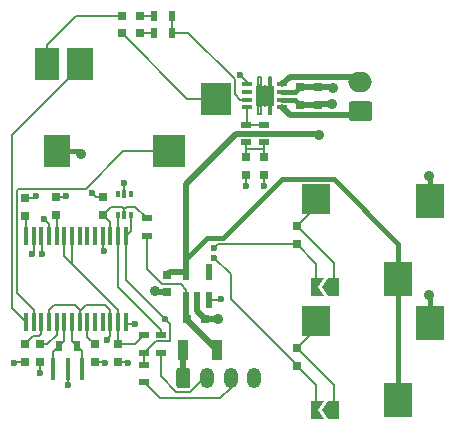
<source format=gtl>
G04 #@! TF.GenerationSoftware,KiCad,Pcbnew,(5.1.8)-1*
G04 #@! TF.CreationDate,2021-04-18T13:12:28+09:00*
G04 #@! TF.ProjectId,USB-Audio-StereoMic&MonauralSpeaker,5553422d-4175-4646-996f-2d5374657265,rev?*
G04 #@! TF.SameCoordinates,Original*
G04 #@! TF.FileFunction,Copper,L1,Top*
G04 #@! TF.FilePolarity,Positive*
%FSLAX46Y46*%
G04 Gerber Fmt 4.6, Leading zero omitted, Abs format (unit mm)*
G04 Created by KiCad (PCBNEW (5.1.8)-1) date 2021-04-18 13:12:28*
%MOMM*%
%LPD*%
G01*
G04 APERTURE LIST*
G04 #@! TA.AperFunction,EtchedComponent*
%ADD10C,0.152400*%
G04 #@! TD*
G04 #@! TA.AperFunction,SMDPad,CuDef*
%ADD11R,0.900000X1.700000*%
G04 #@! TD*
G04 #@! TA.AperFunction,SMDPad,CuDef*
%ADD12R,0.600000X1.350000*%
G04 #@! TD*
G04 #@! TA.AperFunction,SMDPad,CuDef*
%ADD13R,0.375000X0.500000*%
G04 #@! TD*
G04 #@! TA.AperFunction,SMDPad,CuDef*
%ADD14R,0.300000X0.650000*%
G04 #@! TD*
G04 #@! TA.AperFunction,ComponentPad*
%ADD15O,2.000000X1.700000*%
G04 #@! TD*
G04 #@! TA.AperFunction,ComponentPad*
%ADD16O,1.200000X1.750000*%
G04 #@! TD*
G04 #@! TA.AperFunction,SMDPad,CuDef*
%ADD17R,2.400000X2.950000*%
G04 #@! TD*
G04 #@! TA.AperFunction,SMDPad,CuDef*
%ADD18R,2.400000X2.650000*%
G04 #@! TD*
G04 #@! TA.AperFunction,SMDPad,CuDef*
%ADD19R,2.600000X2.800000*%
G04 #@! TD*
G04 #@! TA.AperFunction,SMDPad,CuDef*
%ADD20R,2.800000X2.800000*%
G04 #@! TD*
G04 #@! TA.AperFunction,SMDPad,CuDef*
%ADD21R,2.200000X2.800000*%
G04 #@! TD*
G04 #@! TA.AperFunction,SMDPad,CuDef*
%ADD22R,2.000000X2.800000*%
G04 #@! TD*
G04 #@! TA.AperFunction,SMDPad,CuDef*
%ADD23R,0.431000X1.639799*%
G04 #@! TD*
G04 #@! TA.AperFunction,SMDPad,CuDef*
%ADD24R,0.750000X0.800000*%
G04 #@! TD*
G04 #@! TA.AperFunction,SMDPad,CuDef*
%ADD25R,0.800000X0.750000*%
G04 #@! TD*
G04 #@! TA.AperFunction,SMDPad,CuDef*
%ADD26C,0.152400*%
G04 #@! TD*
G04 #@! TA.AperFunction,SMDPad,CuDef*
%ADD27R,0.900000X0.500000*%
G04 #@! TD*
G04 #@! TA.AperFunction,SMDPad,CuDef*
%ADD28R,0.500000X0.900000*%
G04 #@! TD*
G04 #@! TA.AperFunction,ComponentPad*
%ADD29C,0.508000*%
G04 #@! TD*
G04 #@! TA.AperFunction,SMDPad,CuDef*
%ADD30R,1.500000X1.750000*%
G04 #@! TD*
G04 #@! TA.AperFunction,SMDPad,CuDef*
%ADD31R,0.850000X0.350000*%
G04 #@! TD*
G04 #@! TA.AperFunction,SMDPad,CuDef*
%ADD32R,0.400000X1.900000*%
G04 #@! TD*
G04 #@! TA.AperFunction,ViaPad*
%ADD33C,0.600000*%
G04 #@! TD*
G04 #@! TA.AperFunction,ViaPad*
%ADD34C,0.900000*%
G04 #@! TD*
G04 #@! TA.AperFunction,Conductor*
%ADD35C,0.500000*%
G04 #@! TD*
G04 #@! TA.AperFunction,Conductor*
%ADD36C,0.400000*%
G04 #@! TD*
G04 #@! TA.AperFunction,Conductor*
%ADD37C,0.200000*%
G04 #@! TD*
G04 APERTURE END LIST*
D10*
G04 #@! TO.C,U4*
X122500000Y-103725000D02*
X122500000Y-103725000D01*
X122500000Y-103725000D02*
X122500000Y-103725000D01*
X122500000Y-103725000D02*
X122500000Y-103725000D01*
X122500000Y-103725000D02*
X122500000Y-103725000D01*
X122500000Y-103725000D02*
X122500000Y-103725000D01*
X122500000Y-103725000D02*
X122500000Y-103725000D01*
X122500000Y-103725000D02*
X122500000Y-103725000D01*
X122500000Y-103725000D02*
X122500000Y-103725000D01*
X122500000Y-105475000D02*
X122500000Y-105475000D01*
X122500000Y-105475000D02*
X122500000Y-105475000D01*
X122500000Y-105475000D02*
X122500000Y-105475000D01*
X122500000Y-105475000D02*
X122500000Y-105475000D01*
X122500000Y-105475000D02*
X122500000Y-105475000D01*
X122500000Y-105475000D02*
X122500000Y-105475000D01*
X122500000Y-105475000D02*
X122500000Y-105475000D01*
X122500000Y-105475000D02*
X122500000Y-105475000D01*
X121953200Y-103725000D02*
X121953200Y-103025000D01*
X121953200Y-103025000D02*
X122183200Y-103025000D01*
X122183200Y-103025000D02*
X122183200Y-103725000D01*
X122183200Y-103725000D02*
X121953200Y-103725000D01*
X123046800Y-103725000D02*
X123046800Y-103025000D01*
X123046800Y-103025000D02*
X122816800Y-103025000D01*
X122816800Y-103025000D02*
X122816800Y-103725000D01*
X122816800Y-103725000D02*
X123046800Y-103725000D01*
X123046800Y-105475000D02*
X123046800Y-106175000D01*
X123046800Y-106175000D02*
X122816800Y-106175000D01*
X122816800Y-106175000D02*
X122816800Y-105475000D01*
X122816800Y-105475000D02*
X123046800Y-105475000D01*
X121953200Y-105475000D02*
X121953200Y-106175000D01*
X121953200Y-106175000D02*
X122183200Y-106175000D01*
X122183200Y-106175000D02*
X122183200Y-105475000D01*
X122183200Y-105475000D02*
X121953200Y-105475000D01*
G04 #@! TD*
D11*
G04 #@! TO.P,F1,1*
G04 #@! TO.N,VBUS*
X118450000Y-126100000D03*
G04 #@! TO.P,F1,2*
G04 #@! TO.N,Net-(F1-Pad2)*
X115550000Y-126100000D03*
G04 #@! TD*
D12*
G04 #@! TO.P,U2,1*
G04 #@! TO.N,VBUS*
X115850000Y-121885000D03*
G04 #@! TO.P,U2,2*
G04 #@! TO.N,GND*
X116800000Y-121885000D03*
G04 #@! TO.P,U2,3*
G04 #@! TO.N,EN*
X117750000Y-121885000D03*
G04 #@! TO.P,U2,4*
G04 #@! TO.N,Net-(U2-Pad4)*
X117750000Y-119515000D03*
G04 #@! TO.P,U2,5*
G04 #@! TO.N,+3V3*
X115850000Y-119515000D03*
G04 #@! TD*
D13*
G04 #@! TO.P,U1,1*
G04 #@! TO.N,Net-(U1-Pad1)*
X111137500Y-112950000D03*
G04 #@! TO.P,U1,3*
G04 #@! TO.N,Net-(U1-Pad3)*
X110062500Y-112950000D03*
D14*
G04 #@! TO.P,U1,5*
G04 #@! TO.N,Net-(C1-Pad1)*
X110600000Y-114725000D03*
G04 #@! TO.P,U1,2*
G04 #@! TO.N,GND*
X110600000Y-112875000D03*
D13*
G04 #@! TO.P,U1,4*
G04 #@! TO.N,Net-(R2-Pad1)*
X110062500Y-114650000D03*
G04 #@! TO.P,U1,6*
G04 #@! TO.N,Net-(R1-Pad1)*
X111137500Y-114650000D03*
G04 #@! TD*
D15*
G04 #@! TO.P,J4,2*
G04 #@! TO.N,Net-(J4-Pad2)*
X130600000Y-103400000D03*
G04 #@! TO.P,J4,1*
G04 #@! TO.N,Net-(J4-Pad1)*
G04 #@! TA.AperFunction,ComponentPad*
G36*
G01*
X131350000Y-106750000D02*
X129850000Y-106750000D01*
G75*
G02*
X129600000Y-106500000I0J250000D01*
G01*
X129600000Y-105300000D01*
G75*
G02*
X129850000Y-105050000I250000J0D01*
G01*
X131350000Y-105050000D01*
G75*
G02*
X131600000Y-105300000I0J-250000D01*
G01*
X131600000Y-106500000D01*
G75*
G02*
X131350000Y-106750000I-250000J0D01*
G01*
G37*
G04 #@! TD.AperFunction*
G04 #@! TD*
D16*
G04 #@! TO.P,J1,4*
G04 #@! TO.N,GND*
X121600000Y-128500000D03*
G04 #@! TO.P,J1,3*
G04 #@! TO.N,Net-(J1-Pad3)*
X119600000Y-128500000D03*
G04 #@! TO.P,J1,2*
G04 #@! TO.N,Net-(J1-Pad2)*
X117600000Y-128500000D03*
G04 #@! TO.P,J1,1*
G04 #@! TO.N,Net-(F1-Pad2)*
G04 #@! TA.AperFunction,ComponentPad*
G36*
G01*
X115000000Y-129125001D02*
X115000000Y-127874999D01*
G75*
G02*
X115249999Y-127625000I249999J0D01*
G01*
X115950001Y-127625000D01*
G75*
G02*
X116200000Y-127874999I0J-249999D01*
G01*
X116200000Y-129125001D01*
G75*
G02*
X115950001Y-129375000I-249999J0D01*
G01*
X115249999Y-129375000D01*
G75*
G02*
X115000000Y-129125001I0J249999D01*
G01*
G37*
G04 #@! TD.AperFunction*
G04 #@! TD*
D17*
G04 #@! TO.P,J3,S*
G04 #@! TO.N,+3V3*
X133800000Y-130375000D03*
D18*
G04 #@! TO.P,J3,T*
G04 #@! TO.N,Net-(C17-Pad2)*
X126800000Y-123675000D03*
D17*
G04 #@! TO.P,J3,G*
G04 #@! TO.N,GND*
X136500000Y-123825000D03*
G04 #@! TD*
D19*
G04 #@! TO.P,J5,TN*
G04 #@! TO.N,Net-(C10-Pad2)*
X118350000Y-104850000D03*
D20*
G04 #@! TO.P,J5,T*
G04 #@! TO.N,Net-(J5-PadT)*
X114350000Y-109300000D03*
D21*
G04 #@! TO.P,J5,G*
G04 #@! TO.N,GND*
X104950000Y-109300000D03*
G04 #@! TO.P,J5,S*
G04 #@! TO.N,Net-(J5-PadS)*
X106850000Y-101900000D03*
D22*
G04 #@! TO.P,J5,SN*
G04 #@! TO.N,Net-(C11-Pad1)*
X104050000Y-101900000D03*
G04 #@! TD*
D17*
G04 #@! TO.P,J2,S*
G04 #@! TO.N,+3V3*
X133800000Y-120075000D03*
D18*
G04 #@! TO.P,J2,T*
G04 #@! TO.N,Net-(C16-Pad2)*
X126800000Y-113375000D03*
D17*
G04 #@! TO.P,J2,G*
G04 #@! TO.N,GND*
X136500000Y-113525000D03*
G04 #@! TD*
D23*
G04 #@! TO.P,U3,28*
G04 #@! TO.N,EN*
X110725000Y-123732200D03*
G04 #@! TO.P,U3,27*
G04 #@! TO.N,Net-(C9-Pad1)*
X110074999Y-123732200D03*
G04 #@! TO.P,U3,26*
G04 #@! TO.N,GND*
X109425000Y-123732200D03*
G04 #@! TO.P,U3,25*
G04 #@! TO.N,Net-(U3-Pad25)*
X108774999Y-123732200D03*
G04 #@! TO.P,U3,24*
G04 #@! TO.N,Net-(U3-Pad24)*
X108125001Y-123732200D03*
G04 #@! TO.P,U3,23*
G04 #@! TO.N,Net-(C6-Pad1)*
X107474999Y-123732200D03*
G04 #@! TO.P,U3,22*
G04 #@! TO.N,GND*
X106825001Y-123732200D03*
G04 #@! TO.P,U3,21*
G04 #@! TO.N,Net-(R5-Pad1)*
X106174999Y-123732200D03*
G04 #@! TO.P,U3,20*
G04 #@! TO.N,Net-(R5-Pad2)*
X105525001Y-123732200D03*
G04 #@! TO.P,U3,19*
G04 #@! TO.N,Net-(C7-Pad1)*
X104874999Y-123732200D03*
G04 #@! TO.P,U3,18*
G04 #@! TO.N,GND*
X104225001Y-123732200D03*
G04 #@! TO.P,U3,17*
G04 #@! TO.N,Net-(C8-Pad1)*
X103575000Y-123732200D03*
G04 #@! TO.P,U3,16*
G04 #@! TO.N,Net-(J5-PadT)*
X102925001Y-123732200D03*
G04 #@! TO.P,U3,15*
G04 #@! TO.N,Net-(J5-PadS)*
X102275000Y-123732200D03*
G04 #@! TO.P,U3,14*
G04 #@! TO.N,Net-(C3-Pad2)*
X102275002Y-116467800D03*
G04 #@! TO.P,U3,13*
G04 #@! TO.N,Net-(C17-Pad1)*
X102925001Y-116467800D03*
G04 #@! TO.P,U3,12*
G04 #@! TO.N,Net-(C16-Pad1)*
X103575002Y-116467800D03*
G04 #@! TO.P,U3,11*
G04 #@! TO.N,GND*
X104225001Y-116467800D03*
G04 #@! TO.P,U3,10*
G04 #@! TO.N,Net-(C2-Pad2)*
X104875002Y-116467800D03*
G04 #@! TO.P,U3,9*
G04 #@! TO.N,Net-(C9-Pad1)*
X105525001Y-116467800D03*
G04 #@! TO.P,U3,8*
X106175002Y-116467800D03*
G04 #@! TO.P,U3,7*
G04 #@! TO.N,Net-(U3-Pad7)*
X106825001Y-116467800D03*
G04 #@! TO.P,U3,6*
G04 #@! TO.N,Net-(U3-Pad6)*
X107474999Y-116467800D03*
G04 #@! TO.P,U3,5*
G04 #@! TO.N,Net-(U3-Pad5)*
X108125001Y-116467800D03*
G04 #@! TO.P,U3,4*
G04 #@! TO.N,GND*
X108774999Y-116467800D03*
G04 #@! TO.P,U3,3*
G04 #@! TO.N,Net-(C1-Pad1)*
X109425000Y-116467800D03*
G04 #@! TO.P,U3,2*
G04 #@! TO.N,Net-(R2-Pad1)*
X110074999Y-116467800D03*
G04 #@! TO.P,U3,1*
G04 #@! TO.N,Net-(R1-Pad1)*
X110725000Y-116467800D03*
G04 #@! TD*
D24*
G04 #@! TO.P,C1,2*
G04 #@! TO.N,GND*
X108800000Y-113150000D03*
G04 #@! TO.P,C1,1*
G04 #@! TO.N,Net-(C1-Pad1)*
X108800000Y-114650000D03*
G04 #@! TD*
G04 #@! TO.P,C2,2*
G04 #@! TO.N,Net-(C2-Pad2)*
X104800000Y-114650000D03*
G04 #@! TO.P,C2,1*
G04 #@! TO.N,GND*
X104800000Y-113150000D03*
G04 #@! TD*
G04 #@! TO.P,C3,1*
G04 #@! TO.N,GND*
X102200000Y-113250000D03*
G04 #@! TO.P,C3,2*
G04 #@! TO.N,Net-(C3-Pad2)*
X102200000Y-114750000D03*
G04 #@! TD*
D25*
G04 #@! TO.P,C4,1*
G04 #@! TO.N,VBUS*
X115950000Y-123500000D03*
G04 #@! TO.P,C4,2*
G04 #@! TO.N,GND*
X117450000Y-123500000D03*
G04 #@! TD*
D24*
G04 #@! TO.P,C5,1*
G04 #@! TO.N,+3V3*
X114200000Y-119750000D03*
G04 #@! TO.P,C5,2*
G04 #@! TO.N,GND*
X114200000Y-121250000D03*
G04 #@! TD*
G04 #@! TO.P,C6,1*
G04 #@! TO.N,Net-(C6-Pad1)*
X108100000Y-125650000D03*
G04 #@! TO.P,C6,2*
G04 #@! TO.N,GND*
X108100000Y-127150000D03*
G04 #@! TD*
G04 #@! TO.P,C7,2*
G04 #@! TO.N,GND*
X103500000Y-127150000D03*
G04 #@! TO.P,C7,1*
G04 #@! TO.N,Net-(C7-Pad1)*
X103500000Y-125650000D03*
G04 #@! TD*
G04 #@! TO.P,C8,1*
G04 #@! TO.N,Net-(C8-Pad1)*
X102200000Y-125650000D03*
G04 #@! TO.P,C8,2*
G04 #@! TO.N,GND*
X102200000Y-127150000D03*
G04 #@! TD*
G04 #@! TO.P,C9,2*
G04 #@! TO.N,GND*
X110100000Y-127150000D03*
G04 #@! TO.P,C9,1*
G04 #@! TO.N,Net-(C9-Pad1)*
X110100000Y-125650000D03*
G04 #@! TD*
D25*
G04 #@! TO.P,C10,1*
G04 #@! TO.N,Net-(C10-Pad1)*
X111900000Y-99300000D03*
G04 #@! TO.P,C10,2*
G04 #@! TO.N,Net-(C10-Pad2)*
X110400000Y-99300000D03*
G04 #@! TD*
G04 #@! TO.P,C11,2*
G04 #@! TO.N,Net-(C11-Pad2)*
X111900000Y-97800000D03*
G04 #@! TO.P,C11,1*
G04 #@! TO.N,Net-(C11-Pad1)*
X110400000Y-97800000D03*
G04 #@! TD*
D24*
G04 #@! TO.P,C12,1*
G04 #@! TO.N,GND*
X122400000Y-111300000D03*
G04 #@! TO.P,C12,2*
G04 #@! TO.N,Net-(C12-Pad2)*
X122400000Y-109800000D03*
G04 #@! TD*
G04 #@! TO.P,C13,2*
G04 #@! TO.N,Net-(C12-Pad2)*
X120900000Y-109800000D03*
G04 #@! TO.P,C13,1*
G04 #@! TO.N,GND*
X120900000Y-111300000D03*
G04 #@! TD*
G04 #@! TO.P,C14,2*
G04 #@! TO.N,GND*
X125500000Y-103850000D03*
G04 #@! TO.P,C14,1*
G04 #@! TO.N,+3V3*
X125500000Y-105350000D03*
G04 #@! TD*
G04 #@! TO.P,C15,1*
G04 #@! TO.N,+3V3*
X127000000Y-105350000D03*
G04 #@! TO.P,C15,2*
G04 #@! TO.N,GND*
X127000000Y-103850000D03*
G04 #@! TD*
G04 #@! TO.P,C16,2*
G04 #@! TO.N,Net-(C16-Pad2)*
X125200000Y-115650000D03*
G04 #@! TO.P,C16,1*
G04 #@! TO.N,Net-(C16-Pad1)*
X125200000Y-117150000D03*
G04 #@! TD*
G04 #@! TO.P,C17,1*
G04 #@! TO.N,Net-(C17-Pad1)*
X125200000Y-127450000D03*
G04 #@! TO.P,C17,2*
G04 #@! TO.N,Net-(C17-Pad2)*
X125200000Y-125950000D03*
G04 #@! TD*
G04 #@! TA.AperFunction,SMDPad,CuDef*
D26*
G04 #@! TO.P,JP1,1*
G04 #@! TO.N,Net-(C16-Pad2)*
G36*
X127325000Y-120800000D02*
G01*
X127825000Y-120050000D01*
X128825000Y-120050000D01*
X128825000Y-121550000D01*
X127825000Y-121550000D01*
X127325000Y-120800000D01*
G37*
G04 #@! TD.AperFunction*
G04 #@! TA.AperFunction,SMDPad,CuDef*
G04 #@! TO.P,JP1,2*
G04 #@! TO.N,Net-(C16-Pad1)*
G36*
X126375000Y-120050000D02*
G01*
X127525000Y-120050000D01*
X127025000Y-120800000D01*
X127525000Y-121550000D01*
X126375000Y-121550000D01*
X126375000Y-120050000D01*
G37*
G04 #@! TD.AperFunction*
G04 #@! TD*
G04 #@! TA.AperFunction,SMDPad,CuDef*
G04 #@! TO.P,JP2,2*
G04 #@! TO.N,Net-(C17-Pad1)*
G36*
X126375000Y-130450000D02*
G01*
X127525000Y-130450000D01*
X127025000Y-131200000D01*
X127525000Y-131950000D01*
X126375000Y-131950000D01*
X126375000Y-130450000D01*
G37*
G04 #@! TD.AperFunction*
G04 #@! TA.AperFunction,SMDPad,CuDef*
G04 #@! TO.P,JP2,1*
G04 #@! TO.N,Net-(C17-Pad2)*
G36*
X127325000Y-131200000D02*
G01*
X127825000Y-130450000D01*
X128825000Y-130450000D01*
X128825000Y-131950000D01*
X127825000Y-131950000D01*
X127325000Y-131200000D01*
G37*
G04 #@! TD.AperFunction*
G04 #@! TD*
D27*
G04 #@! TO.P,R1,1*
G04 #@! TO.N,Net-(R1-Pad1)*
X112300000Y-127350000D03*
G04 #@! TO.P,R1,2*
G04 #@! TO.N,Net-(J1-Pad3)*
X112300000Y-128850000D03*
G04 #@! TD*
G04 #@! TO.P,R2,2*
G04 #@! TO.N,Net-(J1-Pad2)*
X113700000Y-126350000D03*
G04 #@! TO.P,R2,1*
G04 #@! TO.N,Net-(R2-Pad1)*
X113700000Y-124850000D03*
G04 #@! TD*
G04 #@! TO.P,R3,2*
G04 #@! TO.N,VBUS*
X112500000Y-116450000D03*
G04 #@! TO.P,R3,1*
G04 #@! TO.N,Net-(C1-Pad1)*
X112500000Y-114950000D03*
G04 #@! TD*
G04 #@! TO.P,R4,2*
G04 #@! TO.N,Net-(R1-Pad1)*
X112300000Y-126350000D03*
G04 #@! TO.P,R4,1*
G04 #@! TO.N,Net-(C9-Pad1)*
X112300000Y-124850000D03*
G04 #@! TD*
D28*
G04 #@! TO.P,R5,1*
G04 #@! TO.N,Net-(R5-Pad1)*
X106600000Y-125800000D03*
G04 #@! TO.P,R5,2*
G04 #@! TO.N,Net-(R5-Pad2)*
X105100000Y-125800000D03*
G04 #@! TD*
G04 #@! TO.P,R6,2*
G04 #@! TO.N,Net-(C10-Pad1)*
X113150000Y-99300000D03*
G04 #@! TO.P,R6,1*
G04 #@! TO.N,Net-(R6-Pad1)*
X114650000Y-99300000D03*
G04 #@! TD*
G04 #@! TO.P,R7,1*
G04 #@! TO.N,Net-(R6-Pad1)*
X114650000Y-97800000D03*
G04 #@! TO.P,R7,2*
G04 #@! TO.N,Net-(C11-Pad2)*
X113150000Y-97800000D03*
G04 #@! TD*
D27*
G04 #@! TO.P,R8,1*
G04 #@! TO.N,Net-(C12-Pad2)*
X120900000Y-108550000D03*
G04 #@! TO.P,R8,2*
G04 #@! TO.N,Net-(R8-Pad2)*
X120900000Y-107050000D03*
G04 #@! TD*
G04 #@! TO.P,R9,1*
G04 #@! TO.N,Net-(C12-Pad2)*
X122400000Y-108550000D03*
G04 #@! TO.P,R9,2*
G04 #@! TO.N,Net-(R8-Pad2)*
X122400000Y-107050000D03*
G04 #@! TD*
D29*
G04 #@! TO.P,U4,9*
G04 #@! TO.N,GND*
X122500000Y-104206300D03*
X122500000Y-104993700D03*
D30*
X122500000Y-104600000D03*
D31*
G04 #@! TO.P,U4,8*
G04 #@! TO.N,Net-(J4-Pad2)*
X123975001Y-103625001D03*
G04 #@! TO.P,U4,7*
G04 #@! TO.N,GND*
X123975001Y-104274999D03*
G04 #@! TO.P,U4,6*
G04 #@! TO.N,+3V3*
X123975001Y-104925001D03*
G04 #@! TO.P,U4,5*
G04 #@! TO.N,Net-(J4-Pad1)*
X123975001Y-105574999D03*
G04 #@! TO.P,U4,4*
G04 #@! TO.N,Net-(R8-Pad2)*
X121024999Y-105574999D03*
G04 #@! TO.P,U4,3*
G04 #@! TO.N,Net-(R6-Pad1)*
X121024999Y-104925001D03*
G04 #@! TO.P,U4,2*
G04 #@! TO.N,Net-(U4-Pad2)*
X121024999Y-104274999D03*
G04 #@! TO.P,U4,1*
G04 #@! TO.N,EN*
X121024999Y-103625001D03*
G04 #@! TD*
D32*
G04 #@! TO.P,Y1,3*
G04 #@! TO.N,Net-(R5-Pad1)*
X107000000Y-127700000D03*
G04 #@! TO.P,Y1,2*
G04 #@! TO.N,GND*
X105800000Y-127700000D03*
G04 #@! TO.P,Y1,1*
G04 #@! TO.N,Net-(R5-Pad2)*
X104600000Y-127700000D03*
G04 #@! TD*
D33*
G04 #@! TO.N,GND*
X105700000Y-113100000D03*
X107900000Y-112800000D03*
X103100000Y-113100000D03*
X110600000Y-112000000D03*
D34*
X113200000Y-121100000D03*
D33*
X103800000Y-115000000D03*
X109100000Y-125300000D03*
X110900000Y-127200000D03*
X109000000Y-127200000D03*
X103500000Y-128100000D03*
X101300000Y-127200000D03*
X105800000Y-129100000D03*
X120900000Y-112200000D03*
X122400000Y-112200000D03*
D34*
X136400000Y-111400000D03*
X136400000Y-121500000D03*
X106900000Y-109500000D03*
D33*
X108882106Y-117733563D03*
D34*
X118500000Y-123500000D03*
X128300000Y-103900000D03*
G04 #@! TO.N,+3V3*
X127100000Y-107900000D03*
X128200000Y-105300000D03*
D33*
G04 #@! TO.N,Net-(C16-Pad1)*
X118200000Y-117500000D03*
X103600000Y-118000000D03*
G04 #@! TO.N,Net-(C17-Pad1)*
X118211692Y-118336852D03*
X102799987Y-118000000D03*
G04 #@! TO.N,Net-(R1-Pad1)*
X114018909Y-123470416D03*
G04 #@! TO.N,EN*
X111500000Y-123900000D03*
X120444115Y-102869610D03*
X118800000Y-121800000D03*
G04 #@! TD*
D35*
G04 #@! TO.N,GND*
X125500000Y-103850000D02*
X127000000Y-103850000D01*
D36*
X125500000Y-103850000D02*
X125075001Y-104274999D01*
X125075001Y-104274999D02*
X123975001Y-104274999D01*
D37*
X105650000Y-113150000D02*
X105700000Y-113100000D01*
X104800000Y-113150000D02*
X105650000Y-113150000D01*
X108800000Y-113150000D02*
X108250000Y-113150000D01*
X108250000Y-113150000D02*
X107900000Y-112800000D01*
D35*
X116800000Y-122850000D02*
X117450000Y-123500000D01*
X116800000Y-121885000D02*
X116800000Y-122850000D01*
D37*
X102950000Y-113250000D02*
X103100000Y-113100000D01*
X102200000Y-113250000D02*
X102950000Y-113250000D01*
D35*
X113350000Y-121250000D02*
X113200000Y-121100000D01*
X114200000Y-121250000D02*
X113350000Y-121250000D01*
D37*
X110600000Y-112875000D02*
X110600000Y-112000000D01*
X104225001Y-115425001D02*
X103800000Y-115000000D01*
X104225001Y-116467800D02*
X104225001Y-115425001D01*
X104225001Y-122712301D02*
X104637302Y-122300000D01*
X104225001Y-123732200D02*
X104225001Y-122712301D01*
X106825001Y-122712301D02*
X106825001Y-123732200D01*
X106412700Y-122300000D02*
X106825001Y-122712301D01*
X104637302Y-122300000D02*
X106412700Y-122300000D01*
X109425000Y-122712301D02*
X109012699Y-122300000D01*
X109425000Y-123732200D02*
X109425000Y-122712301D01*
X106825001Y-122806797D02*
X106825001Y-123732200D01*
X107331798Y-122300000D02*
X106825001Y-122806797D01*
X109012699Y-122300000D02*
X107331798Y-122300000D01*
X109425000Y-124975000D02*
X109100000Y-125300000D01*
X109425000Y-123732200D02*
X109425000Y-124975000D01*
X110850000Y-127150000D02*
X110900000Y-127200000D01*
X110100000Y-127150000D02*
X110850000Y-127150000D01*
X108950000Y-127150000D02*
X109000000Y-127200000D01*
X108100000Y-127150000D02*
X108950000Y-127150000D01*
X103500000Y-127150000D02*
X103500000Y-128100000D01*
X101350000Y-127150000D02*
X101300000Y-127200000D01*
X102200000Y-127150000D02*
X101350000Y-127150000D01*
X105800000Y-127700000D02*
X105800000Y-129100000D01*
X120900000Y-111300000D02*
X120900000Y-112200000D01*
X122400000Y-111300000D02*
X122400000Y-112200000D01*
D36*
X136500000Y-111500000D02*
X136400000Y-111400000D01*
X136500000Y-113525000D02*
X136500000Y-111500000D01*
X136500000Y-121600000D02*
X136400000Y-121500000D01*
X136500000Y-123825000D02*
X136500000Y-121600000D01*
X106700000Y-109300000D02*
X106900000Y-109500000D01*
X104950000Y-109300000D02*
X106700000Y-109300000D01*
D37*
X108774999Y-116467800D02*
X108774999Y-117626456D01*
X108774999Y-117626456D02*
X108882106Y-117733563D01*
D35*
X117450000Y-123500000D02*
X118500000Y-123500000D01*
X128250000Y-103850000D02*
X128300000Y-103900000D01*
X127000000Y-103850000D02*
X128250000Y-103850000D01*
D37*
G04 #@! TO.N,Net-(C1-Pad1)*
X109425000Y-115275000D02*
X109425000Y-116467800D01*
X108800000Y-114650000D02*
X109425000Y-115275000D01*
X112500000Y-114950000D02*
X111550000Y-114000000D01*
X110600000Y-114200000D02*
X110600000Y-114725000D01*
X110800000Y-114000000D02*
X110600000Y-114200000D01*
X111550000Y-114000000D02*
X110800000Y-114000000D01*
X110600000Y-114200000D02*
X110400000Y-114000000D01*
X109450000Y-114000000D02*
X108800000Y-114650000D01*
X110400000Y-114000000D02*
X109450000Y-114000000D01*
G04 #@! TO.N,Net-(C2-Pad2)*
X104875002Y-114725002D02*
X104800000Y-114650000D01*
X104875002Y-116467800D02*
X104875002Y-114725002D01*
G04 #@! TO.N,Net-(C3-Pad2)*
X102275002Y-114825002D02*
X102200000Y-114750000D01*
X102275002Y-116467800D02*
X102275002Y-114825002D01*
D35*
G04 #@! TO.N,VBUS*
X115850000Y-121885000D02*
X115810554Y-121924446D01*
X115850000Y-123400000D02*
X115950000Y-123500000D01*
X115850000Y-121885000D02*
X115850000Y-123400000D01*
D37*
X115850000Y-121010000D02*
X115850000Y-121885000D01*
X115389999Y-120549999D02*
X115850000Y-121010000D01*
X113760003Y-120549999D02*
X115389999Y-120549999D01*
X112500000Y-116450000D02*
X112500000Y-119289996D01*
X112500000Y-119289996D02*
X113760003Y-120549999D01*
D35*
X115950000Y-123600000D02*
X118450000Y-126100000D01*
X115950000Y-123500000D02*
X115950000Y-123600000D01*
G04 #@! TO.N,+3V3*
X114435000Y-119515000D02*
X114200000Y-119750000D01*
X115850000Y-119515000D02*
X114435000Y-119515000D01*
X127000000Y-105350000D02*
X125500000Y-105350000D01*
D36*
X125075001Y-104925001D02*
X123975001Y-104925001D01*
X125500000Y-105350000D02*
X125075001Y-104925001D01*
X133800000Y-130375000D02*
X133800000Y-120075000D01*
D35*
X127049999Y-107849999D02*
X127100000Y-107900000D01*
X120089999Y-107849999D02*
X127049999Y-107849999D01*
X115850000Y-112089998D02*
X120089999Y-107849999D01*
X115850000Y-119515000D02*
X115850000Y-112089998D01*
X127050000Y-105300000D02*
X127000000Y-105350000D01*
X128200000Y-105300000D02*
X127050000Y-105300000D01*
D36*
X115850000Y-119515000D02*
X115850000Y-118440000D01*
X115850000Y-118440000D02*
X117640011Y-116649989D01*
X133800000Y-117129998D02*
X133800000Y-120075000D01*
X117640011Y-116649989D02*
X118986015Y-116649989D01*
X118986015Y-116649989D02*
X123986005Y-111649999D01*
X123986005Y-111649999D02*
X128320001Y-111649999D01*
X128320001Y-111649999D02*
X133800000Y-117129998D01*
D37*
G04 #@! TO.N,Net-(C6-Pad1)*
X107474999Y-125024999D02*
X107474999Y-123732200D01*
X108100000Y-125650000D02*
X107474999Y-125024999D01*
G04 #@! TO.N,Net-(C7-Pad1)*
X104075000Y-125650000D02*
X104874999Y-124850001D01*
X104874999Y-124850001D02*
X104874999Y-123732200D01*
X103500000Y-125650000D02*
X104075000Y-125650000D01*
G04 #@! TO.N,Net-(C8-Pad1)*
X103575000Y-124752099D02*
X103575000Y-123732200D01*
X103377100Y-124949999D02*
X103575000Y-124752099D01*
X102900001Y-124949999D02*
X103377100Y-124949999D01*
X102200000Y-125650000D02*
X102900001Y-124949999D01*
G04 #@! TO.N,Net-(C9-Pad1)*
X106175002Y-118812304D02*
X106175002Y-116467800D01*
X110074999Y-122712301D02*
X106175002Y-118812304D01*
X110074999Y-123732200D02*
X110074999Y-122712301D01*
X105525001Y-118162303D02*
X106175002Y-118812304D01*
X105525001Y-116467800D02*
X105525001Y-118162303D01*
X110074999Y-124752099D02*
X110074999Y-123732200D01*
X110074999Y-125440699D02*
X110074999Y-124752099D01*
X111500000Y-125650000D02*
X110100000Y-125650000D01*
X112300000Y-124850000D02*
X111500000Y-125650000D01*
G04 #@! TO.N,Net-(C10-Pad1)*
X111900000Y-99300000D02*
X113150000Y-99300000D01*
G04 #@! TO.N,Net-(C10-Pad2)*
X115950000Y-104850000D02*
X110400000Y-99300000D01*
X118350000Y-104850000D02*
X115950000Y-104850000D01*
G04 #@! TO.N,Net-(C11-Pad2)*
X111900000Y-97800000D02*
X113150000Y-97800000D01*
G04 #@! TO.N,Net-(C11-Pad1)*
X106550000Y-97800000D02*
X110400000Y-97800000D01*
X104050000Y-100300000D02*
X106550000Y-97800000D01*
X104050000Y-101900000D02*
X104050000Y-100300000D01*
G04 #@! TO.N,Net-(C12-Pad2)*
X120900000Y-109100000D02*
X122400000Y-109100000D01*
X122400000Y-109100000D02*
X122400000Y-109800000D01*
X122400000Y-108550000D02*
X122400000Y-109100000D01*
X120900000Y-108550000D02*
X120900000Y-109100000D01*
X120900000Y-109100000D02*
X120900000Y-109800000D01*
G04 #@! TO.N,Net-(C16-Pad2)*
X128325000Y-118775000D02*
X125200000Y-115650000D01*
X128325000Y-120800000D02*
X128325000Y-118775000D01*
X126800000Y-114050000D02*
X125200000Y-115650000D01*
X126800000Y-113375000D02*
X126800000Y-114050000D01*
G04 #@! TO.N,Net-(C16-Pad1)*
X126875000Y-118825000D02*
X125200000Y-117150000D01*
X126875000Y-120800000D02*
X126875000Y-118825000D01*
X125200000Y-117150000D02*
X118550000Y-117150000D01*
X118550000Y-117150000D02*
X118200000Y-117500000D01*
X103600000Y-116492798D02*
X103575002Y-116467800D01*
X103600000Y-118000000D02*
X103600000Y-116492798D01*
G04 #@! TO.N,Net-(C17-Pad1)*
X126875000Y-129125000D02*
X125200000Y-127450000D01*
X126875000Y-131200000D02*
X126875000Y-129125000D01*
X102925001Y-116467800D02*
X102925001Y-117874986D01*
X102925001Y-117874986D02*
X102799987Y-118000000D01*
X119600000Y-121825000D02*
X119600000Y-119725160D01*
X119600000Y-119725160D02*
X118211692Y-118336852D01*
X125200000Y-127425000D02*
X119600000Y-121825000D01*
X125200000Y-127450000D02*
X125200000Y-127425000D01*
G04 #@! TO.N,Net-(C17-Pad2)*
X126800000Y-124350000D02*
X125200000Y-125950000D01*
X126800000Y-123675000D02*
X126800000Y-124350000D01*
X128325000Y-129075000D02*
X125200000Y-125950000D01*
X128325000Y-131200000D02*
X128325000Y-129075000D01*
D35*
G04 #@! TO.N,Net-(F1-Pad2)*
X115900000Y-128200000D02*
X115600000Y-128500000D01*
X115600000Y-126150000D02*
X115550000Y-126100000D01*
X115600000Y-128500000D02*
X115600000Y-126150000D01*
D37*
G04 #@! TO.N,Net-(J1-Pad3)*
X119600000Y-128500000D02*
X119650000Y-128500000D01*
X119600000Y-128500000D02*
X119600000Y-129300000D01*
X119600000Y-129300000D02*
X118700000Y-130200000D01*
X115000000Y-130200000D02*
X118700000Y-130200000D01*
X113650000Y-130200000D02*
X112300000Y-128850000D01*
X115000000Y-130200000D02*
X113650000Y-130200000D01*
G04 #@! TO.N,Net-(J1-Pad2)*
X117600000Y-128500000D02*
X117600000Y-127850000D01*
X115022176Y-129675010D02*
X113700000Y-128352834D01*
X113700000Y-128352834D02*
X113700000Y-126350000D01*
X117352834Y-128500000D02*
X116177824Y-129675010D01*
X116177824Y-129675010D02*
X115022176Y-129675010D01*
X117600000Y-128500000D02*
X117352834Y-128500000D01*
D35*
G04 #@! TO.N,Net-(J4-Pad1)*
X123975013Y-105575011D02*
X123975001Y-105575011D01*
X124600003Y-106200001D02*
X123975013Y-105575011D01*
X130299999Y-106200001D02*
X124600003Y-106200001D01*
X130600000Y-105900000D02*
X130299999Y-106200001D01*
G04 #@! TO.N,Net-(J4-Pad2)*
X123975013Y-103624989D02*
X123975001Y-103624989D01*
X124600003Y-102999999D02*
X123975013Y-103624989D01*
X130199999Y-102999999D02*
X124600003Y-102999999D01*
X130600000Y-103400000D02*
X130199999Y-102999999D01*
D37*
G04 #@! TO.N,Net-(R1-Pad1)*
X111137500Y-116055300D02*
X111137500Y-114650000D01*
X110725000Y-116467800D02*
X111137500Y-116055300D01*
X110725000Y-120176507D02*
X114018909Y-123470416D01*
X110725000Y-116467800D02*
X110725000Y-120176507D01*
X112300000Y-127350000D02*
X112300000Y-126350000D01*
X114450001Y-123901508D02*
X114018909Y-123470416D01*
X114450001Y-125340001D02*
X114450001Y-123901508D01*
X114390001Y-125400001D02*
X114450001Y-125340001D01*
X113249999Y-125400001D02*
X114390001Y-125400001D01*
X112300000Y-126350000D02*
X113249999Y-125400001D01*
G04 #@! TO.N,Net-(R2-Pad1)*
X110074999Y-120765001D02*
X110074999Y-116467800D01*
X110062500Y-116455301D02*
X110074999Y-116467800D01*
X110062500Y-114650000D02*
X110062500Y-116455301D01*
X113700000Y-124390002D02*
X110074999Y-120765001D01*
X113700000Y-124850000D02*
X113700000Y-124390002D01*
G04 #@! TO.N,Net-(R5-Pad1)*
X106174999Y-125374999D02*
X106600000Y-125800000D01*
X106174999Y-123732200D02*
X106174999Y-125374999D01*
X107000000Y-126200000D02*
X106600000Y-125800000D01*
X107000000Y-127700000D02*
X107000000Y-126200000D01*
G04 #@! TO.N,Net-(R5-Pad2)*
X105525001Y-125374999D02*
X105100000Y-125800000D01*
X105525001Y-123732200D02*
X105525001Y-125374999D01*
X104600000Y-126300000D02*
X105100000Y-125800000D01*
X104600000Y-127700000D02*
X104600000Y-126300000D01*
G04 #@! TO.N,Net-(R6-Pad1)*
X114650000Y-97800000D02*
X114650000Y-99300000D01*
X120399999Y-104925001D02*
X121024999Y-104925001D01*
X119950001Y-104475003D02*
X120399999Y-104925001D01*
X114650000Y-99300000D02*
X116040002Y-99300000D01*
X119950001Y-103209999D02*
X119950001Y-104475003D01*
X116040002Y-99300000D02*
X119950001Y-103209999D01*
G04 #@! TO.N,Net-(R8-Pad2)*
X121024999Y-106925001D02*
X120900000Y-107050000D01*
X121024999Y-105574999D02*
X121024999Y-106925001D01*
X120900000Y-107050000D02*
X122400000Y-107050000D01*
G04 #@! TO.N,EN*
X110892800Y-123900000D02*
X110725000Y-123732200D01*
X111500000Y-123900000D02*
X110892800Y-123900000D01*
X121024999Y-103450494D02*
X120444115Y-102869610D01*
X121024999Y-103625001D02*
X121024999Y-103450494D01*
X118715000Y-121885000D02*
X118800000Y-121800000D01*
X117750000Y-121885000D02*
X118715000Y-121885000D01*
G04 #@! TO.N,Net-(J5-PadS)*
X106850000Y-102200000D02*
X101100000Y-107950000D01*
X106850000Y-101900000D02*
X106850000Y-102200000D01*
X101100000Y-122557200D02*
X102275000Y-123732200D01*
X101100000Y-107950000D02*
X101100000Y-122557200D01*
G04 #@! TO.N,Net-(J5-PadT)*
X107361997Y-112449999D02*
X101684999Y-112449999D01*
X114350000Y-109300000D02*
X110511996Y-109300000D01*
X101524999Y-112609999D02*
X101524999Y-121312299D01*
X101684999Y-112449999D02*
X101524999Y-112609999D01*
X110511996Y-109300000D02*
X107361997Y-112449999D01*
X101524999Y-121312299D02*
X102925001Y-122712301D01*
X102925001Y-122712301D02*
X102925001Y-123732200D01*
G04 #@! TD*
M02*

</source>
